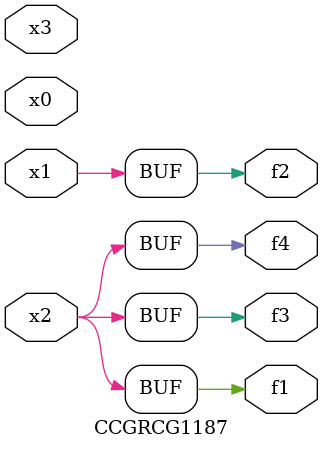
<source format=v>
module CCGRCG1187(
	input x0, x1, x2, x3,
	output f1, f2, f3, f4
);
	assign f1 = x2;
	assign f2 = x1;
	assign f3 = x2;
	assign f4 = x2;
endmodule

</source>
